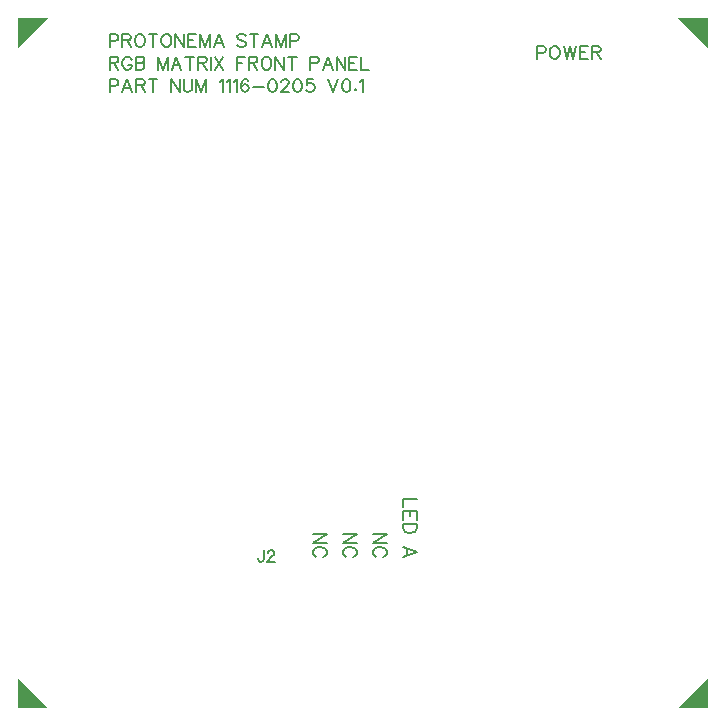
<source format=gto>
G04 Layer: TopSilkscreenLayer*
G04 EasyEDA v6.5.34, 2023-09-20 23:56:27*
G04 3f122a9d00374f5cbf43cf1a7a14275c,5a6b42c53f6a479593ecc07194224c93,10*
G04 Gerber Generator version 0.2*
G04 Scale: 100 percent, Rotated: No, Reflected: No *
G04 Dimensions in millimeters *
G04 leading zeros omitted , absolute positions ,4 integer and 5 decimal *
%FSLAX45Y45*%
%MOMM*%

%ADD10C,0.1524*%

%LPD*%
D10*
X2610403Y1473197D02*
G01*
X2495849Y1473197D01*
X2610403Y1473197D02*
G01*
X2495849Y1396743D01*
X2610403Y1396743D02*
G01*
X2495849Y1396743D01*
X2582971Y1279141D02*
G01*
X2593893Y1284475D01*
X2604815Y1295397D01*
X2610403Y1306319D01*
X2610403Y1328163D01*
X2604815Y1339085D01*
X2593893Y1350007D01*
X2582971Y1355341D01*
X2566715Y1360929D01*
X2539283Y1360929D01*
X2523027Y1355341D01*
X2512105Y1350007D01*
X2501183Y1339085D01*
X2495849Y1328163D01*
X2495849Y1306319D01*
X2501183Y1295397D01*
X2512105Y1284475D01*
X2523027Y1279141D01*
X3372401Y1765292D02*
G01*
X3257847Y1765292D01*
X3257847Y1765292D02*
G01*
X3257847Y1699760D01*
X3372401Y1663946D02*
G01*
X3257847Y1663946D01*
X3372401Y1663946D02*
G01*
X3372401Y1592826D01*
X3317791Y1663946D02*
G01*
X3317791Y1620258D01*
X3257847Y1663946D02*
G01*
X3257847Y1592826D01*
X3372401Y1557012D02*
G01*
X3257847Y1557012D01*
X3372401Y1557012D02*
G01*
X3372401Y1518658D01*
X3366813Y1502402D01*
X3355891Y1491480D01*
X3344969Y1486146D01*
X3328713Y1480558D01*
X3301281Y1480558D01*
X3285025Y1486146D01*
X3274103Y1491480D01*
X3263181Y1502402D01*
X3257847Y1518658D01*
X3257847Y1557012D01*
X3372401Y1316982D02*
G01*
X3257847Y1360670D01*
X3372401Y1316982D02*
G01*
X3257847Y1273294D01*
X3295947Y1344160D02*
G01*
X3295947Y1289550D01*
X2077471Y1332755D02*
G01*
X2077471Y1260109D01*
X2072899Y1246393D01*
X2068327Y1241823D01*
X2059183Y1237249D01*
X2050293Y1237249D01*
X2041149Y1241823D01*
X2036577Y1246393D01*
X2032005Y1260109D01*
X2032005Y1269255D01*
X2112015Y1310147D02*
G01*
X2112015Y1314721D01*
X2116587Y1323609D01*
X2121159Y1328181D01*
X2130303Y1332755D01*
X2148337Y1332755D01*
X2157481Y1328181D01*
X2162053Y1323609D01*
X2166625Y1314721D01*
X2166625Y1305577D01*
X2162053Y1296431D01*
X2152909Y1282715D01*
X2107443Y1237249D01*
X2171197Y1237249D01*
X2864403Y1473197D02*
G01*
X2749849Y1473197D01*
X2864403Y1473197D02*
G01*
X2749849Y1396743D01*
X2864403Y1396743D02*
G01*
X2749849Y1396743D01*
X2836971Y1279141D02*
G01*
X2847893Y1284475D01*
X2858815Y1295397D01*
X2864403Y1306319D01*
X2864403Y1328163D01*
X2858815Y1339085D01*
X2847893Y1350007D01*
X2836971Y1355341D01*
X2820715Y1360929D01*
X2793283Y1360929D01*
X2777027Y1355341D01*
X2766105Y1350007D01*
X2755183Y1339085D01*
X2749849Y1328163D01*
X2749849Y1306319D01*
X2755183Y1295397D01*
X2766105Y1284475D01*
X2777027Y1279141D01*
X3118403Y1473197D02*
G01*
X3003849Y1473197D01*
X3118403Y1473197D02*
G01*
X3003849Y1396743D01*
X3118403Y1396743D02*
G01*
X3003849Y1396743D01*
X3090971Y1279141D02*
G01*
X3101893Y1284475D01*
X3112815Y1295397D01*
X3118403Y1306319D01*
X3118403Y1328163D01*
X3112815Y1339085D01*
X3101893Y1350007D01*
X3090971Y1355341D01*
X3074715Y1360929D01*
X3047283Y1360929D01*
X3031027Y1355341D01*
X3020105Y1350007D01*
X3009183Y1339085D01*
X3003849Y1328163D01*
X3003849Y1306319D01*
X3009183Y1295397D01*
X3020105Y1284475D01*
X3031027Y1279141D01*
X4394192Y5601708D02*
G01*
X4394192Y5492742D01*
X4394192Y5601708D02*
G01*
X4440928Y5601708D01*
X4456422Y5596628D01*
X4461756Y5591294D01*
X4466836Y5580880D01*
X4466836Y5565386D01*
X4461756Y5554972D01*
X4456422Y5549892D01*
X4440928Y5544558D01*
X4394192Y5544558D01*
X4532368Y5601708D02*
G01*
X4521954Y5596628D01*
X4511540Y5586214D01*
X4506460Y5575800D01*
X4501126Y5560052D01*
X4501126Y5534144D01*
X4506460Y5518650D01*
X4511540Y5508236D01*
X4521954Y5497822D01*
X4532368Y5492742D01*
X4553196Y5492742D01*
X4563610Y5497822D01*
X4574024Y5508236D01*
X4579104Y5518650D01*
X4584438Y5534144D01*
X4584438Y5560052D01*
X4579104Y5575800D01*
X4574024Y5586214D01*
X4563610Y5596628D01*
X4553196Y5601708D01*
X4532368Y5601708D01*
X4618728Y5601708D02*
G01*
X4644636Y5492742D01*
X4670544Y5601708D02*
G01*
X4644636Y5492742D01*
X4670544Y5601708D02*
G01*
X4696452Y5492742D01*
X4722614Y5601708D02*
G01*
X4696452Y5492742D01*
X4756904Y5601708D02*
G01*
X4756904Y5492742D01*
X4756904Y5601708D02*
G01*
X4824468Y5601708D01*
X4756904Y5549892D02*
G01*
X4798306Y5549892D01*
X4756904Y5492742D02*
G01*
X4824468Y5492742D01*
X4858758Y5601708D02*
G01*
X4858758Y5492742D01*
X4858758Y5601708D02*
G01*
X4905494Y5601708D01*
X4920988Y5596628D01*
X4926322Y5591294D01*
X4931402Y5580880D01*
X4931402Y5570466D01*
X4926322Y5560052D01*
X4920988Y5554972D01*
X4905494Y5549892D01*
X4858758Y5549892D01*
X4895080Y5549892D02*
G01*
X4931402Y5492742D01*
X774692Y5703308D02*
G01*
X774692Y5594342D01*
X774692Y5703308D02*
G01*
X821428Y5703308D01*
X836922Y5698228D01*
X842256Y5692894D01*
X847336Y5682480D01*
X847336Y5666986D01*
X842256Y5656572D01*
X836922Y5651492D01*
X821428Y5646158D01*
X774692Y5646158D01*
X881626Y5703308D02*
G01*
X881626Y5594342D01*
X881626Y5703308D02*
G01*
X928362Y5703308D01*
X944110Y5698228D01*
X949190Y5692894D01*
X954524Y5682480D01*
X954524Y5672066D01*
X949190Y5661652D01*
X944110Y5656572D01*
X928362Y5651492D01*
X881626Y5651492D01*
X918202Y5651492D02*
G01*
X954524Y5594342D01*
X1019802Y5703308D02*
G01*
X1009642Y5698228D01*
X999228Y5687814D01*
X993894Y5677400D01*
X988814Y5661652D01*
X988814Y5635744D01*
X993894Y5620250D01*
X999228Y5609836D01*
X1009642Y5599422D01*
X1019802Y5594342D01*
X1040630Y5594342D01*
X1051044Y5599422D01*
X1061458Y5609836D01*
X1066792Y5620250D01*
X1071872Y5635744D01*
X1071872Y5661652D01*
X1066792Y5677400D01*
X1061458Y5687814D01*
X1051044Y5698228D01*
X1040630Y5703308D01*
X1019802Y5703308D01*
X1142484Y5703308D02*
G01*
X1142484Y5594342D01*
X1106162Y5703308D02*
G01*
X1178806Y5703308D01*
X1244338Y5703308D02*
G01*
X1233924Y5698228D01*
X1223510Y5687814D01*
X1218430Y5677400D01*
X1213096Y5661652D01*
X1213096Y5635744D01*
X1218430Y5620250D01*
X1223510Y5609836D01*
X1233924Y5599422D01*
X1244338Y5594342D01*
X1265166Y5594342D01*
X1275580Y5599422D01*
X1285994Y5609836D01*
X1291074Y5620250D01*
X1296408Y5635744D01*
X1296408Y5661652D01*
X1291074Y5677400D01*
X1285994Y5687814D01*
X1275580Y5698228D01*
X1265166Y5703308D01*
X1244338Y5703308D01*
X1330698Y5703308D02*
G01*
X1330698Y5594342D01*
X1330698Y5703308D02*
G01*
X1403342Y5594342D01*
X1403342Y5703308D02*
G01*
X1403342Y5594342D01*
X1437632Y5703308D02*
G01*
X1437632Y5594342D01*
X1437632Y5703308D02*
G01*
X1505196Y5703308D01*
X1437632Y5651492D02*
G01*
X1479288Y5651492D01*
X1437632Y5594342D02*
G01*
X1505196Y5594342D01*
X1539486Y5703308D02*
G01*
X1539486Y5594342D01*
X1539486Y5703308D02*
G01*
X1581142Y5594342D01*
X1622544Y5703308D02*
G01*
X1581142Y5594342D01*
X1622544Y5703308D02*
G01*
X1622544Y5594342D01*
X1698490Y5703308D02*
G01*
X1656834Y5594342D01*
X1698490Y5703308D02*
G01*
X1739892Y5594342D01*
X1672582Y5630664D02*
G01*
X1724398Y5630664D01*
X1927090Y5687814D02*
G01*
X1916676Y5698228D01*
X1901182Y5703308D01*
X1880354Y5703308D01*
X1864606Y5698228D01*
X1854192Y5687814D01*
X1854192Y5677400D01*
X1859526Y5666986D01*
X1864606Y5661652D01*
X1875020Y5656572D01*
X1906262Y5646158D01*
X1916676Y5641078D01*
X1921756Y5635744D01*
X1927090Y5625330D01*
X1927090Y5609836D01*
X1916676Y5599422D01*
X1901182Y5594342D01*
X1880354Y5594342D01*
X1864606Y5599422D01*
X1854192Y5609836D01*
X1997702Y5703308D02*
G01*
X1997702Y5594342D01*
X1961380Y5703308D02*
G01*
X2034024Y5703308D01*
X2109970Y5703308D02*
G01*
X2068314Y5594342D01*
X2109970Y5703308D02*
G01*
X2151372Y5594342D01*
X2084062Y5630664D02*
G01*
X2135878Y5630664D01*
X2185662Y5703308D02*
G01*
X2185662Y5594342D01*
X2185662Y5703308D02*
G01*
X2227318Y5594342D01*
X2268974Y5703308D02*
G01*
X2227318Y5594342D01*
X2268974Y5703308D02*
G01*
X2268974Y5594342D01*
X2303264Y5703308D02*
G01*
X2303264Y5594342D01*
X2303264Y5703308D02*
G01*
X2350000Y5703308D01*
X2365494Y5698228D01*
X2370828Y5692894D01*
X2375908Y5682480D01*
X2375908Y5666986D01*
X2370828Y5656572D01*
X2365494Y5651492D01*
X2350000Y5646158D01*
X2303264Y5646158D01*
X774692Y5512859D02*
G01*
X774692Y5403639D01*
X774692Y5512859D02*
G01*
X821428Y5512859D01*
X836922Y5507525D01*
X842256Y5502445D01*
X847336Y5492031D01*
X847336Y5481617D01*
X842256Y5471203D01*
X836922Y5466123D01*
X821428Y5460789D01*
X774692Y5460789D01*
X811014Y5460789D02*
G01*
X847336Y5403639D01*
X959604Y5486951D02*
G01*
X954524Y5497365D01*
X944110Y5507525D01*
X933696Y5512859D01*
X912868Y5512859D01*
X902454Y5507525D01*
X892040Y5497365D01*
X886960Y5486951D01*
X881626Y5471203D01*
X881626Y5445295D01*
X886960Y5429801D01*
X892040Y5419387D01*
X902454Y5408973D01*
X912868Y5403639D01*
X933696Y5403639D01*
X944110Y5408973D01*
X954524Y5419387D01*
X959604Y5429801D01*
X959604Y5445295D01*
X933696Y5445295D02*
G01*
X959604Y5445295D01*
X993894Y5512859D02*
G01*
X993894Y5403639D01*
X993894Y5512859D02*
G01*
X1040630Y5512859D01*
X1056378Y5507525D01*
X1061458Y5502445D01*
X1066792Y5492031D01*
X1066792Y5481617D01*
X1061458Y5471203D01*
X1056378Y5466123D01*
X1040630Y5460789D01*
X993894Y5460789D02*
G01*
X1040630Y5460789D01*
X1056378Y5455709D01*
X1061458Y5450375D01*
X1066792Y5440215D01*
X1066792Y5424467D01*
X1061458Y5414053D01*
X1056378Y5408973D01*
X1040630Y5403639D01*
X993894Y5403639D01*
X1181092Y5512859D02*
G01*
X1181092Y5403639D01*
X1181092Y5512859D02*
G01*
X1222494Y5403639D01*
X1264150Y5512859D02*
G01*
X1222494Y5403639D01*
X1264150Y5512859D02*
G01*
X1264150Y5403639D01*
X1339842Y5512859D02*
G01*
X1298440Y5403639D01*
X1339842Y5512859D02*
G01*
X1381498Y5403639D01*
X1313934Y5440215D02*
G01*
X1366004Y5440215D01*
X1452110Y5512859D02*
G01*
X1452110Y5403639D01*
X1415788Y5512859D02*
G01*
X1488432Y5512859D01*
X1522722Y5512859D02*
G01*
X1522722Y5403639D01*
X1522722Y5512859D02*
G01*
X1569712Y5512859D01*
X1585206Y5507525D01*
X1590286Y5502445D01*
X1595620Y5492031D01*
X1595620Y5481617D01*
X1590286Y5471203D01*
X1585206Y5466123D01*
X1569712Y5460789D01*
X1522722Y5460789D01*
X1559298Y5460789D02*
G01*
X1595620Y5403639D01*
X1629910Y5512859D02*
G01*
X1629910Y5403639D01*
X1664200Y5512859D02*
G01*
X1736844Y5403639D01*
X1736844Y5512859D02*
G01*
X1664200Y5403639D01*
X1851144Y5512859D02*
G01*
X1851144Y5403639D01*
X1851144Y5512859D02*
G01*
X1918708Y5512859D01*
X1851144Y5460789D02*
G01*
X1892800Y5460789D01*
X1952998Y5512859D02*
G01*
X1952998Y5403639D01*
X1952998Y5512859D02*
G01*
X1999734Y5512859D01*
X2015482Y5507525D01*
X2020562Y5502445D01*
X2025642Y5492031D01*
X2025642Y5481617D01*
X2020562Y5471203D01*
X2015482Y5466123D01*
X1999734Y5460789D01*
X1952998Y5460789D01*
X1989320Y5460789D02*
G01*
X2025642Y5403639D01*
X2091174Y5512859D02*
G01*
X2080760Y5507525D01*
X2070346Y5497365D01*
X2065266Y5486951D01*
X2059932Y5471203D01*
X2059932Y5445295D01*
X2065266Y5429801D01*
X2070346Y5419387D01*
X2080760Y5408973D01*
X2091174Y5403639D01*
X2112002Y5403639D01*
X2122416Y5408973D01*
X2132830Y5419387D01*
X2137910Y5429801D01*
X2143244Y5445295D01*
X2143244Y5471203D01*
X2137910Y5486951D01*
X2132830Y5497365D01*
X2122416Y5507525D01*
X2112002Y5512859D01*
X2091174Y5512859D01*
X2177534Y5512859D02*
G01*
X2177534Y5403639D01*
X2177534Y5512859D02*
G01*
X2250178Y5403639D01*
X2250178Y5512859D02*
G01*
X2250178Y5403639D01*
X2320790Y5512859D02*
G01*
X2320790Y5403639D01*
X2284468Y5512859D02*
G01*
X2357112Y5512859D01*
X2471412Y5512859D02*
G01*
X2471412Y5403639D01*
X2471412Y5512859D02*
G01*
X2518402Y5512859D01*
X2533896Y5507525D01*
X2538976Y5502445D01*
X2544310Y5492031D01*
X2544310Y5476537D01*
X2538976Y5466123D01*
X2533896Y5460789D01*
X2518402Y5455709D01*
X2471412Y5455709D01*
X2620002Y5512859D02*
G01*
X2578600Y5403639D01*
X2620002Y5512859D02*
G01*
X2661658Y5403639D01*
X2594094Y5440215D02*
G01*
X2646164Y5440215D01*
X2695948Y5512859D02*
G01*
X2695948Y5403639D01*
X2695948Y5512859D02*
G01*
X2768592Y5403639D01*
X2768592Y5512859D02*
G01*
X2768592Y5403639D01*
X2802882Y5512859D02*
G01*
X2802882Y5403639D01*
X2802882Y5512859D02*
G01*
X2870446Y5512859D01*
X2802882Y5460789D02*
G01*
X2844538Y5460789D01*
X2802882Y5403639D02*
G01*
X2870446Y5403639D01*
X2904736Y5512859D02*
G01*
X2904736Y5403639D01*
X2904736Y5403639D02*
G01*
X2967220Y5403639D01*
X774692Y5322359D02*
G01*
X774692Y5213139D01*
X774692Y5322359D02*
G01*
X821428Y5322359D01*
X836922Y5317025D01*
X842256Y5311945D01*
X847336Y5301531D01*
X847336Y5286037D01*
X842256Y5275623D01*
X836922Y5270289D01*
X821428Y5265209D01*
X774692Y5265209D01*
X923282Y5322359D02*
G01*
X881626Y5213139D01*
X923282Y5322359D02*
G01*
X964938Y5213139D01*
X897374Y5249715D02*
G01*
X949190Y5249715D01*
X999228Y5322359D02*
G01*
X999228Y5213139D01*
X999228Y5322359D02*
G01*
X1045964Y5322359D01*
X1061458Y5317025D01*
X1066792Y5311945D01*
X1071872Y5301531D01*
X1071872Y5291117D01*
X1066792Y5280703D01*
X1061458Y5275623D01*
X1045964Y5270289D01*
X999228Y5270289D01*
X1035550Y5270289D02*
G01*
X1071872Y5213139D01*
X1142484Y5322359D02*
G01*
X1142484Y5213139D01*
X1106162Y5322359D02*
G01*
X1178806Y5322359D01*
X1293106Y5322359D02*
G01*
X1293106Y5213139D01*
X1293106Y5322359D02*
G01*
X1366004Y5213139D01*
X1366004Y5322359D02*
G01*
X1366004Y5213139D01*
X1400294Y5322359D02*
G01*
X1400294Y5244381D01*
X1405374Y5228887D01*
X1415788Y5218473D01*
X1431282Y5213139D01*
X1441696Y5213139D01*
X1457444Y5218473D01*
X1467858Y5228887D01*
X1472938Y5244381D01*
X1472938Y5322359D01*
X1507228Y5322359D02*
G01*
X1507228Y5213139D01*
X1507228Y5322359D02*
G01*
X1548884Y5213139D01*
X1590286Y5322359D02*
G01*
X1548884Y5213139D01*
X1590286Y5322359D02*
G01*
X1590286Y5213139D01*
X1704586Y5301531D02*
G01*
X1715000Y5306865D01*
X1730748Y5322359D01*
X1730748Y5213139D01*
X1765038Y5301531D02*
G01*
X1775452Y5306865D01*
X1790946Y5322359D01*
X1790946Y5213139D01*
X1825236Y5301531D02*
G01*
X1835650Y5306865D01*
X1851144Y5322359D01*
X1851144Y5213139D01*
X1947918Y5306865D02*
G01*
X1942584Y5317025D01*
X1927090Y5322359D01*
X1916676Y5322359D01*
X1901182Y5317025D01*
X1890768Y5301531D01*
X1885434Y5275623D01*
X1885434Y5249715D01*
X1890768Y5228887D01*
X1901182Y5218473D01*
X1916676Y5213139D01*
X1921756Y5213139D01*
X1937504Y5218473D01*
X1947918Y5228887D01*
X1952998Y5244381D01*
X1952998Y5249715D01*
X1947918Y5265209D01*
X1937504Y5275623D01*
X1921756Y5280703D01*
X1916676Y5280703D01*
X1901182Y5275623D01*
X1890768Y5265209D01*
X1885434Y5249715D01*
X1987288Y5259875D02*
G01*
X2080760Y5259875D01*
X2146292Y5322359D02*
G01*
X2130798Y5317025D01*
X2120384Y5301531D01*
X2115050Y5275623D01*
X2115050Y5259875D01*
X2120384Y5233967D01*
X2130798Y5218473D01*
X2146292Y5213139D01*
X2156706Y5213139D01*
X2172200Y5218473D01*
X2182614Y5233967D01*
X2187948Y5259875D01*
X2187948Y5275623D01*
X2182614Y5301531D01*
X2172200Y5317025D01*
X2156706Y5322359D01*
X2146292Y5322359D01*
X2227318Y5296451D02*
G01*
X2227318Y5301531D01*
X2232652Y5311945D01*
X2237732Y5317025D01*
X2248146Y5322359D01*
X2268974Y5322359D01*
X2279388Y5317025D01*
X2284468Y5311945D01*
X2289802Y5301531D01*
X2289802Y5291117D01*
X2284468Y5280703D01*
X2274054Y5265209D01*
X2222238Y5213139D01*
X2294882Y5213139D01*
X2360414Y5322359D02*
G01*
X2344666Y5317025D01*
X2334252Y5301531D01*
X2329172Y5275623D01*
X2329172Y5259875D01*
X2334252Y5233967D01*
X2344666Y5218473D01*
X2360414Y5213139D01*
X2370828Y5213139D01*
X2386322Y5218473D01*
X2396736Y5233967D01*
X2401816Y5259875D01*
X2401816Y5275623D01*
X2396736Y5301531D01*
X2386322Y5317025D01*
X2370828Y5322359D01*
X2360414Y5322359D01*
X2498590Y5322359D02*
G01*
X2446520Y5322359D01*
X2441440Y5275623D01*
X2446520Y5280703D01*
X2462268Y5286037D01*
X2477762Y5286037D01*
X2493256Y5280703D01*
X2503670Y5270289D01*
X2509004Y5254795D01*
X2509004Y5244381D01*
X2503670Y5228887D01*
X2493256Y5218473D01*
X2477762Y5213139D01*
X2462268Y5213139D01*
X2446520Y5218473D01*
X2441440Y5223553D01*
X2436106Y5233967D01*
X2623304Y5322359D02*
G01*
X2664706Y5213139D01*
X2706362Y5322359D02*
G01*
X2664706Y5213139D01*
X2771894Y5322359D02*
G01*
X2756146Y5317025D01*
X2745732Y5301531D01*
X2740652Y5275623D01*
X2740652Y5259875D01*
X2745732Y5233967D01*
X2756146Y5218473D01*
X2771894Y5213139D01*
X2782308Y5213139D01*
X2797802Y5218473D01*
X2808216Y5233967D01*
X2813296Y5259875D01*
X2813296Y5275623D01*
X2808216Y5301531D01*
X2797802Y5317025D01*
X2782308Y5322359D01*
X2771894Y5322359D01*
X2852920Y5239301D02*
G01*
X2847586Y5233967D01*
X2852920Y5228887D01*
X2858000Y5233967D01*
X2852920Y5239301D01*
X2892290Y5301531D02*
G01*
X2902704Y5306865D01*
X2918452Y5322359D01*
X2918452Y5213139D01*
G36*
X0Y5842000D02*
G01*
X0Y5588000D01*
X254000Y5842000D01*
G37*
G36*
X0Y254000D02*
G01*
X0Y0D01*
X254000Y0D01*
G37*
G36*
X5842000Y254000D02*
G01*
X5588000Y0D01*
X5842000Y0D01*
G37*
G36*
X5588000Y5842000D02*
G01*
X5842000Y5588000D01*
X5842000Y5842000D01*
G37*
M02*

</source>
